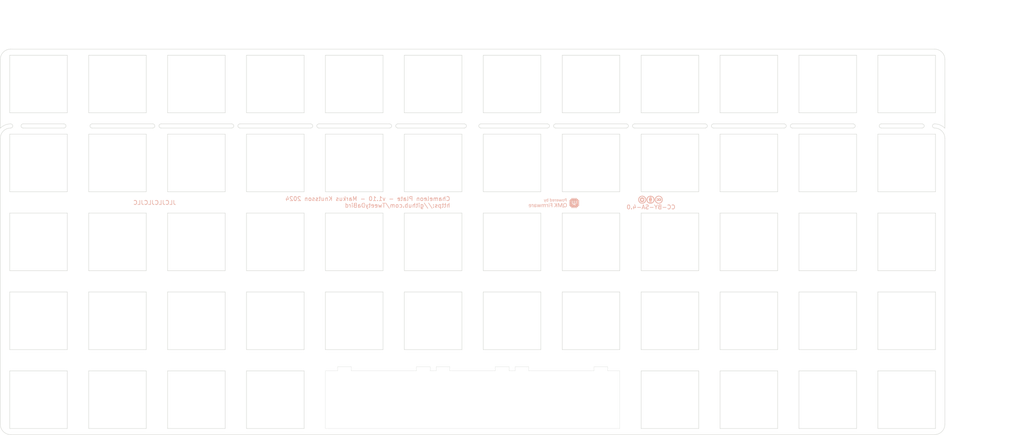
<source format=kicad_pcb>
(kicad_pcb (version 20240108) (generator "pcbnew") (generator_version "8.0")
  (title_block (title "Chameleon Plate") (date "2024-03-19") (rev "v1.10") (company "Tweety's Wild Thinking") (comment 1 "Markus Knutsson <markus.knutsson@tweety.se>") (comment 2 "https://github.com/TweetyDaBird") (comment 3 "Licensed under Creative Commons BY-SA 4.0 International "))
  (layers (0 "F.Cu" signal) (31 "B.Cu" signal) (34 "B.Paste" user) (35 "F.Paste" user) (36 "B.SilkS" user "B.Silkscreen") (37 "F.SilkS" user "F.Silkscreen") (38 "B.Mask" user) (39 "F.Mask" user) (44 "Edge.Cuts" user))
  (net 0 "")
  (footprint "Keyboard_Plate:SW_MX_Plate_Placeholder_nodrill_NOBORDER_13,9" (layer "F.Cu") (at 61.18 92.08)
    (property "Reference" "SW26" (hide yes))
    (property "Value" "~" (hide yes))
    (fp_line (start -6.95 -6.95) (end -6.95 6.95) (stroke (width 0.1)) (layer "Edge.Cuts"))
    (fp_line (start -6.95 6.95) (end 6.95 6.95) (stroke (width 0.1)) (layer "Edge.Cuts"))
    (fp_line (start 6.95 -6.95) (end -6.95 -6.95) (stroke (width 0.1)) (layer "Edge.Cuts"))
    (fp_line (start 6.95 6.95) (end 6.95 -6.95) (stroke (width 0.1)) (layer "Edge.Cuts"))
  )
  (footprint "Keyboard Common:Spacer PCB hole" (layer "F.Cu") (at 51.655 63.505)
    (property "Reference" "H6" (hide yes))
    (property "Value" "Spacer_PCB" (hide yes))
    (pad "" np_thru_hole circle (at 0 0) (size 3.7 3.7) (drill 3.7) (layers "*.Cu" "*.Mask"))
  )
  (footprint "Keyboard_Plate:SW_MX_Plate_Placeholder_nodrill_NOBORDER_13,9" (layer "F.Cu") (at 213.58 73.03)
    (property "Reference" "SW22" (hide yes))
    (property "Value" "~" (hide yes))
    (fp_line (start -6.95 -6.95) (end -6.95 6.95) (stroke (width 0.1)) (layer "Edge.Cuts"))
    (fp_line (start -6.95 6.95) (end 6.95 6.95) (stroke (width 0.1)) (layer "Edge.Cuts"))
    (fp_line (start 6.95 -6.95) (end -6.95 -6.95) (stroke (width 0.1)) (layer "Edge.Cuts"))
    (fp_line (start 6.95 6.95) (end 6.95 -6.95) (stroke (width 0.1)) (layer "Edge.Cuts"))
  )
  (footprint "Keyboard_Plate:SW_MX_Plate_Placeholder_nodrill_NOBORDER_13,9" (layer "F.Cu") (at 213.58 53.98)
    (property "Reference" "SW10" (hide yes))
    (property "Value" "~" (hide yes))
    (fp_line (start -6.95 -6.95) (end -6.95 6.95) (stroke (width 0.1)) (layer "Edge.Cuts"))
    (fp_line (start -6.95 6.95) (end 6.95 6.95) (stroke (width 0.1)) (layer "Edge.Cuts"))
    (fp_line (start 6.95 -6.95) (end -6.95 -6.95) (stroke (width 0.1)) (layer "Edge.Cuts"))
    (fp_line (start 6.95 6.95) (end 6.95 -6.95) (stroke (width 0.1)) (layer "Edge.Cuts"))
  )
  (footprint "Keyboard_Plate:SW_MX_Plate_Placeholder_nodrill_NOBORDER_13,9" (layer "F.Cu") (at 61.18 111.13)
    (property "Reference" "SW38" (hide yes))
    (property "Value" "~" (hide yes))
    (fp_line (start -6.95 -6.95) (end -6.95 6.95) (stroke (width 0.1)) (layer "Edge.Cuts"))
    (fp_line (start -6.95 6.95) (end 6.95 6.95) (stroke (width 0.1)) (layer "Edge.Cuts"))
    (fp_line (start 6.95 -6.95) (end -6.95 -6.95) (stroke (width 0.1)) (layer "Edge.Cuts"))
    (fp_line (start 6.95 6.95) (end 6.95 -6.95) (stroke (width 0.1)) (layer "Edge.Cuts"))
  )
  (footprint "Keyboard_Plate:SW_MX_Plate_Placeholder_nodrill_NOBORDER_13,9" (layer "F.Cu") (at 42.13 53.98)
    (property "Reference" "SW1" (hide yes))
    (property "Value" "~" (hide yes))
    (fp_line (start -6.95 -6.95) (end -6.95 6.95) (stroke (width 0.1)) (layer "Edge.Cuts"))
    (fp_line (start -6.95 6.95) (end 6.95 6.95) (stroke (width 0.1)) (layer "Edge.Cuts"))
    (fp_line (start 6.95 -6.95) (end -6.95 -6.95) (stroke (width 0.1)) (layer "Edge.Cuts"))
    (fp_line (start 6.95 6.95) (end 6.95 -6.95) (stroke (width 0.1)) (layer "Edge.Cuts"))
  )
  (footprint "Keyboard_Plate:SW_MX_Plate_Placeholder_nodrill_NOBORDER_13,9" (layer "F.Cu") (at 175.48 111.13)
    (property "Reference" "SW44" (hide yes))
    (property "Value" "~" (hide yes))
    (fp_line (start -6.95 -6.95) (end -6.95 6.95) (stroke (width 0.1)) (layer "Edge.Cuts"))
    (fp_line (start -6.95 6.95) (end 6.95 6.95) (stroke (width 0.1)) (layer "Edge.Cuts"))
    (fp_line (start 6.95 -6.95) (end -6.95 -6.95) (stroke (width 0.1)) (layer "Edge.Cuts"))
    (fp_line (start 6.95 6.95) (end 6.95 -6.95) (stroke (width 0.1)) (layer "Edge.Cuts"))
  )
  (footprint "Keyboard_Plate:SW_MX_Plate_Placeholder_nodrill_NOBORDER_13,9" (layer "F.Cu") (at 194.53 130.18)
    (property "Reference" "SW57" (hide yes))
    (property "Value" "~" (hide yes))
    (fp_line (start -6.95 -6.95) (end -6.95 6.95) (stroke (width 0.1)) (layer "Edge.Cuts"))
    (fp_line (start -6.95 6.95) (end 6.95 6.95) (stroke (width 0.1)) (layer "Edge.Cuts"))
    (fp_line (start 6.95 -6.95) (end -6.95 -6.95) (stroke (width 0.1)) (layer "Edge.Cuts"))
    (fp_line (start 6.95 6.95) (end 6.95 -6.95) (stroke (width 0.1)) (layer "Edge.Cuts"))
  )
  (footprint "Keyboard_Plate:SW_MX_Plate_Placeholder_nodrill_NOBORDER_13,9" (layer "F.Cu") (at 194.53 111.13)
    (property "Reference" "SW45" (hide yes))
    (property "Value" "~" (hide yes))
    (fp_line (start -6.95 -6.95) (end -6.95 6.95) (stroke (width 0.1)) (layer "Edge.Cuts"))
    (fp_line (start -6.95 6.95) (end 6.95 6.95) (stroke (width 0.1)) (layer "Edge.Cuts"))
    (fp_line (start 6.95 -6.95) (end -6.95 -6.95) (stroke (width 0.1)) (layer "Edge.Cuts"))
    (fp_line (start 6.95 6.95) (end 6.95 -6.95) (stroke (width 0.1)) (layer "Edge.Cuts"))
  )
  (footprint "Keyboard_Plate:SW_MX_Plate_Placeholder_nodrill_NOBORDER_13,9" (layer "F.Cu") (at 118.33 92.08)
    (property "Reference" "SW29" (hide yes))
    (property "Value" "~" (hide yes))
    (fp_line (start -6.95 -6.95) (end -6.95 6.95) (stroke (width 0.1)) (layer "Edge.Cuts"))
    (fp_line (start -6.95 6.95) (end 6.95 6.95) (stroke (width 0.1)) (layer "Edge.Cuts"))
    (fp_line (start 6.95 -6.95) (end -6.95 -6.95) (stroke (width 0.1)) (layer "Edge.Cuts"))
    (fp_line (start 6.95 6.95) (end 6.95 -6.95) (stroke (width 0.1)) (layer "Edge.Cuts"))
  )
  (footprint "Keyboard_Plate:SW_MX_Plate_Placeholder_nodrill_NOBORDER_13,9" (layer "F.Cu") (at 251.68 92.08)
    (property "Reference" "SW36" (hide yes))
    (property "Value" "~" (hide yes))
    (fp_line (start -6.95 -6.95) (end -6.95 6.95) (stroke (width 0.1)) (layer "Edge.Cuts"))
    (fp_line (start -6.95 6.95) (end 6.95 6.95) (stroke (width 0.1)) (layer "Edge.Cuts"))
    (fp_line (start 6.95 -6.95) (end -6.95 -6.95) (stroke (width 0.1)) (layer "Edge.Cuts"))
    (fp_line (start 6.95 6.95) (end 6.95 -6.95) (stroke (width 0.1)) (layer "Edge.Cuts"))
  )
  (footprint "Keyboard_Plate:SW_MX_Plate_Placeholder_nodrill_NOBORDER_13,9" (layer "F.Cu") (at 194.53 53.98)
    (property "Reference" "SW9" (hide yes))
    (property "Value" "~" (hide yes))
    (fp_line (start -6.95 -6.95) (end -6.95 6.95) (stroke (width 0.1)) (layer "Edge.Cuts"))
    (fp_line (start -6.95 6.95) (end 6.95 6.95) (stroke (width 0.1)) (layer "Edge.Cuts"))
    (fp_line (start 6.95 -6.95) (end -6.95 -6.95) (stroke (width 0.1)) (layer "Edge.Cuts"))
    (fp_line (start 6.95 6.95) (end 6.95 -6.95) (stroke (width 0.1)) (layer "Edge.Cuts"))
  )
  (footprint "Keyboard_Plate:SW_MX_Plate_Placeholder_nodrill_NOBORDER_13,9" (layer "F.Cu") (at 251.68 111.13)
    (property "Reference" "SW48" (hide yes))
    (property "Value" "~" (hide yes))
    (fp_line (start -6.95 -6.95) (end -6.95 6.95) (stroke (width 0.1)) (layer "Edge.Cuts"))
    (fp_line (start -6.95 6.95) (end 6.95 6.95) (stroke (width 0.1)) (layer "Edge.Cuts"))
    (fp_line (start 6.95 -6.95) (end -6.95 -6.95) (stroke (width 0.1)) (layer "Edge.Cuts"))
    (fp_line (start 6.95 6.95) (end 6.95 -6.95) (stroke (width 0.1)) (layer "Edge.Cuts"))
  )
  (footprint "Keyboard_Plate:SW_MX_Plate_Placeholder_nodrill_NOBORDER_13,9" (layer "F.Cu") (at 232.63 130.18)
    (property "Reference" "SW59" (hide yes))
    (property "Value" "~" (hide yes))
    (fp_line (start -6.95 -6.95) (end -6.95 6.95) (stroke (width 0.1)) (layer "Edge.Cuts"))
    (fp_line (start -6.95 6.95) (end 6.95 6.95) (stroke (width 0.1)) (layer "Edge.Cuts"))
    (fp_line (start 6.95 -6.95) (end -6.95 -6.95) (stroke (width 0.1)) (layer "Edge.Cuts"))
    (fp_line (start 6.95 6.95) (end 6.95 -6.95) (stroke (width 0.1)) (layer "Edge.Cuts"))
  )
  (footprint "Keyboard_Plate:SW_MX_Plate_Placeholder_nodrill_NOBORDER_13,9" (layer "F.Cu") (at 137.38 92.08)
    (property "Reference" "SW30" (hide yes))
    (property "Value" "~" (hide yes))
    (fp_line (start -6.95 -6.95) (end -6.95 6.95) (stroke (width 0.1)) (layer "Edge.Cuts"))
    (fp_line (start -6.95 6.95) (end 6.95 6.95) (stroke (width 0.1)) (layer "Edge.Cuts"))
    (fp_line (start 6.95 -6.95) (end -6.95 -6.95) (stroke (width 0.1)) (layer "Edge.Cuts"))
    (fp_line (start 6.95 6.95) (end 6.95 -6.95) (stroke (width 0.1)) (layer "Edge.Cuts"))
  )
  (footprint "Keyboard_Plate:SW_MX_Plate_Placeholder_nodrill_NOBORDER_13,9" (layer "F.Cu") (at 156.43 73.03)
    (property "Reference" "SW19" (hide yes))
    (property "Value" "~" (hide yes))
    (fp_line (start -6.95 -6.95) (end -6.95 6.95) (stroke (width 0.1)) (layer "Edge.Cuts"))
    (fp_line (start -6.95 6.95) (end 6.95 6.95) (stroke (width 0.1)) (layer "Edge.Cuts"))
    (fp_line (start 6.95 -6.95) (end -6.95 -6.95) (stroke (width 0.1)) (layer "Edge.Cuts"))
    (fp_line (start 6.95 6.95) (end 6.95 -6.95) (stroke (width 0.1)) (layer "Edge.Cuts"))
  )
  (footprint "Keyboard_Plate:SW_MX_Plate_Placeholder_nodrill_NOBORDER_13,9" (layer "F.Cu") (at 175.48 53.98)
    (property "Reference" "SW8" (hide yes))
    (property "Value" "~" (hide yes))
    (fp_line (start -6.95 -6.95) (end -6.95 6.95) (stroke (width 0.1)) (layer "Edge.Cuts"))
    (fp_line (start -6.95 6.95) (end 6.95 6.95) (stroke (width 0.1)) (layer "Edge.Cuts"))
    (fp_line (start 6.95 -6.95) (end -6.95 -6.95) (stroke (width 0.1)) (layer "Edge.Cuts"))
    (fp_line (start 6.95 6.95) (end 6.95 -6.95) (stroke (width 0.1)) (layer "Edge.Cuts"))
  )
  (footprint "Keyboard_Plate:SW_MX_Plate_Placeholder_nodrill_NOBORDER_13,9" (layer "F.Cu") (at 118.33 111.13)
    (property "Reference" "SW41" (hide yes))
    (property "Value" "~" (hide yes))
    (fp_line (start -6.95 -6.95) (end -6.95 6.95) (stroke (width 0.1)) (layer "Edge.Cuts"))
    (fp_line (start -6.95 6.95) (end 6.95 6.95) (stroke (width 0.1)) (layer "Edge.Cuts"))
    (fp_line (start 6.95 -6.95) (end -6.95 -6.95) (stroke (width 0.1)) (layer "Edge.Cuts"))
    (fp_line (start 6.95 6.95) (end 6.95 -6.95) (stroke (width 0.1)) (layer "Edge.Cuts"))
  )
  (footprint "Keyboard Common:Spacer PCB hole" (layer "F.Cu") (at 242.155 82.555)
    (property "Reference" "H4" (hide yes))
    (property "Value" "Spacer_PCB" (hide yes))
    (pad "" np_thru_hole circle (at 0 0) (size 3.7 3.7) (drill 3.7) (layers "*.Cu" "*.Mask"))
  )
  (footprint "Keyboard_Plate:SW_MX_Plate_Placeholder_nodrill_NOBORDER_13,9" (layer "F.Cu") (at 232.63 73.03)
    (property "Reference" "SW23" (hide yes))
    (property "Value" "~" (hide yes))
    (fp_line (start -6.95 -6.95) (end -6.95 6.95) (stroke (width 0.1)) (layer "Edge.Cuts"))
    (fp_line (start -6.95 6.95) (end 6.95 6.95) (stroke (width 0.1)) (layer "Edge.Cuts"))
    (fp_line (start 6.95 -6.95) (end -6.95 -6.95) (stroke (width 0.1)) (layer "Edge.Cuts"))
    (fp_line (start 6.95 6.95) (end 6.95 -6.95) (stroke (width 0.1)) (layer "Edge.Cuts"))
  )
  (footprint "Keyboard_Plate:SW_MX_Plate_Placeholder_nodrill_NOBORDER_13,9" (layer "F.Cu") (at 156.43 111.13)
    (property "Reference" "SW43" (hide yes))
    (property "Value" "~" (hide yes))
    (fp_line (start -6.95 -6.95) (end -6.95 6.95) (stroke (width 0.1)) (layer "Edge.Cuts"))
    (fp_line (start -6.95 6.95) (end 6.95 6.95) (stroke (width 0.1)) (layer "Edge.Cuts"))
    (fp_line (start 6.95 -6.95) (end -6.95 -6.95) (stroke (width 0.1)) (layer "Edge.Cuts"))
    (fp_line (start 6.95 6.95) (end 6.95 -6.95) (stroke (width 0.1)) (layer "Edge.Cuts"))
  )
  (footprint "Keyboard_Plate:SW_MX_Plate_Placeholder_nodrill_NOBORDER_13,9" (layer "F.Cu") (at 156.43 53.98)
    (property "Reference" "SW7" (hide yes))
    (property "Value" "~" (hide yes))
    (fp_line (start -6.95 -6.95) (end -6.95 6.95) (stroke (width 0.1)) (layer "Edge.Cuts"))
    (fp_line (start -6.95 6.95) (end 6.95 6.95) (stroke (width 0.1)) (layer "Edge.Cuts"))
    (fp_line (start 6.95 -6.95) (end -6.95 -6.95) (stroke (width 0.1)) (layer "Edge.Cuts"))
    (fp_line (start 6.95 6.95) (end 6.95 -6.95) (stroke (width 0.1)) (layer "Edge.Cuts"))
  )
  (footprint "Keyboard_Plate:SW_MX_Plate_Placeholder_nodrill_NOBORDER_13,9" (layer "F.Cu") (at 80.23 130.18)
    (property "Reference" "SW51" (hide yes))
    (property "Value" "~" (hide yes))
    (fp_line (start -6.95 -6.95) (end -6.95 6.95) (stroke (width 0.1)) (layer "Edge.Cuts"))
    (fp_line (start -6.95 6.95) (end 6.95 6.95) (stroke (width 0.1)) (layer "Edge.Cuts"))
    (fp_line (start 6.95 -6.95) (end -6.95 -6.95) (stroke (width 0.1)) (layer "Edge.Cuts"))
    (fp_line (start 6.95 6.95) (end 6.95 -6.95) (stroke (width 0.1)) (layer "Edge.Cuts"))
  )
  (footprint "Keyboard_Plate:SW_MX_Plate_Placeholder_nodrill_NOBORDER_13,9" (layer "F.Cu") (at 118.33 53.98)
    (property "Reference" "SW5" (hide yes))
    (property "Value" "~" (hide yes))
    (fp_line (start -6.95 -6.95) (end -6.95 6.95) (stroke (width 0.1)) (layer "Edge.Cuts"))
    (fp_line (start -6.95 6.95) (end 6.95 6.95) (stroke (width 0.1)) (layer "Edge.Cuts"))
    (fp_line (start 6.95 -6.95) (end -6.95 -6.95) (stroke (width 0.1)) (layer "Edge.Cuts"))
    (fp_line (start 6.95 6.95) (end 6.95 -6.95) (stroke (width 0.1)) (layer "Edge.Cuts"))
  )
  (footprint "Keyboard_Plate:SW_MX_Plate_Placeholder_nodrill_NOBORDER_13,9" (layer "F.Cu") (at 213.58 92.08)
    (property "Reference" "SW34" (hide yes))
    (property "Value" "~" (hide yes))
    (fp_line (start -6.95 -6.95) (end -6.95 6.95) (stroke (width 0.1)) (layer "Edge.Cuts"))
    (fp_line (start -6.95 6.95) (end 6.95 6.95) (stroke (width 0.1)) (layer "Edge.Cuts"))
    (fp_line (start 6.95 -6.95) (end -6.95 -6.95) (stroke (width 0.1)) (layer "Edge.Cuts"))
    (fp_line (start 6.95 6.95) (end 6.95 -6.95) (stroke (width 0.1)) (layer "Edge.Cuts"))
  )
  (footprint "Keyboard_Plate:SW_MX_Plate_Placeholder_nodrill_NOBORDER_13,9" (layer "F.Cu") (at 42.13 92.08)
    (property "Reference" "SW25" (hide yes))
    (property "Value" "~" (hide yes))
    (fp_line (start -6.95 -6.95) (end -6.95 6.95) (stroke (width 0.1)) (layer "Edge.Cuts"))
    (fp_line (start -6.95 6.95) (end 6.95 6.95) (stroke (width 0.1)) (layer "Edge.Cuts"))
    (fp_line (start 6.95 -6.95) (end -6.95 -6.95) (stroke (width 0.1)) (layer "Edge.Cuts"))
    (fp_line (start 6.95 6.95) (end 6.95 -6.95) (stroke (width 0.1)) (layer "Edge.Cuts"))
  )
  (footprint "Keyboard_Plate:SW_MX_Plate_Placeholder_nodrill_NOBORDER_13,9" (layer "F.Cu") (at 137.38 53.98)
    (property "Reference" "SW6" (hide yes))
    (property "Value" "~" (hide yes))
    (fp_line (start -6.95 -6.95) (end -6.95 6.95) (stroke (width 0.1)) (layer "Edge.Cuts"))
    (fp_line (start -6.95 6.95) (end 6.95 6.95) (stroke (width 0.1)) (layer "Edge.Cuts"))
    (fp_line (start 6.95 -6.95) (end -6.95 -6.95) (stroke (width 0.1)) (layer "Edge.Cuts"))
    (fp_line (start 6.95 6.95) (end 6.95 -6.95) (stroke (width 0.1)) (layer "Edge.Cuts"))
  )
  (footprint "Keyboard_Plate:SW_MX_Plate_Placeholder_nodrill_NOBORDER_13,9" (layer "F.Cu") (at 42.13 111.13)
    (property "Reference" "SW37" (hide yes))
    (property "Value" "~" (hide yes))
    (fp_line (start -6.95 -6.95) (end -6.95 6.95) (stroke (width 0.1)) (layer "Edge.Cuts"))
    (fp_line (start -6.95 6.95) (end 6.95 6.95) (stroke (width 0.1)) (layer "Edge.Cuts"))
    (fp_line (start 6.95 -6.95) (end -6.95 -6.95) (stroke (width 0.1)) (layer "Edge.Cuts"))
    (fp_line (start 6.95 6.95) (end 6.95 -6.95) (stroke (width 0.1)) (layer "Edge.Cuts"))
  )
  (footprint "Keyboard_Plate:SW_MX_Plate_Placeholder_nodrill_NOBORDER_13,9" (layer "F.Cu") (at 213.58 130.18)
    (property "Reference" "SW58" (hide yes))
    (property "Value" "~" (hide yes))
    (fp_line (start -6.95 -6.95) (end -6.95 6.95) (stroke (width 0.1)) (layer "Edge.Cuts"))
    (fp_line (start -6.95 6.95) (end 6.95 6.95) (stroke (width 0.1)) (layer "Edge.Cuts"))
    (fp_line (start 6.95 -6.95) (end -6.95 -6.95) (stroke (width 0.1)) (layer "Edge.Cuts"))
    (fp_line (start 6.95 6.95) (end 6.95 -6.95) (stroke (width 0.1)) (layer "Edge.Cuts"))
  )
  (footprint "Keyboard_Plate:SW_MX_Plate_Placeholder_nodrill_NOBORDER_13,9" (layer "F.Cu") (at 175.48 73.03)
    (property "Reference" "SW20" (hide yes))
    (property "Value" "~" (hide yes))
    (fp_line (start -6.95 -6.95) (end -6.95 6.95) (stroke (width 0.1)) (layer "Edge.Cuts"))
    (fp_line (start -6.95 6.95) (end 6.95 6.95) (stroke (width 0.1)) (layer "Edge.Cuts"))
    (fp_line (start 6.95 -6.95) (end -6.95 -6.95) (stroke (width 0.1)) (layer "Edge.Cuts"))
    (fp_line (start 6.95 6.95) (end 6.95 -6.95) (stroke (width 0.1)) (layer "Edge.Cuts"))
  )
  (footprint "Keyboard_Plate:SW_MX_Plate_Placeholder_nodrill_NOBORDER_13,9" (layer "F.Cu") (at 251.68 73.03)
    (property "Reference" "SW24" (hide yes))
    (property "Value" "~" (hide yes))
    (fp_line (start -6.95 -6.95) (end -6.95 6.95) (stroke (width 0.1)) (layer "Edge.Cuts"))
    (fp_line (start -6.95 6.95) (end 6.95 6.95) (stroke (width 0.1)) (layer "Edge.Cuts"))
    (fp_line (start 6.95 -6.95) (end -6.95 -6.95) (stroke (width 0.1)) (layer "Edge.Cuts"))
    (fp_line (start 6.95 6.95) (end 6.95 -6.95) (stroke (width 0.1)) (layer "Edge.Cuts"))
  )
  (footprint "Keyboard_Plate:SW_MX_Plate_Placeholder_nodrill_NOBORDER_13,9" (layer "F.Cu") (at 61.18 130.18)
    (property "Reference" "SW50" (hide yes))
    (property "Value" "~" (hide yes))
    (fp_line (start -6.95 -6.95) (end -6.95 6.95) (stroke (width 0.1)) (layer "Edge.Cuts"))
    (fp_line (start -6.95 6.95) (end 6.95 6.95) (stroke (width 0.1)) (layer "Edge.Cuts"))
    (fp_line (start 6.95 -6.95) (end -6.95 -6.95) (stroke (width 0.1)) (layer "Edge.Cuts"))
    (fp_line (start 6.95 6.95) (end 6.95 -6.95) (stroke (width 0.1)) (layer "Edge.Cuts"))
  )
  (footprint "Keyboard_Plate:SW_MX_Plate_Placeholder_nodrill_NOBORDER_13,9" (layer "F.Cu") (at 232.63 53.98)
    (property "Reference" "SW11" (hide yes))
    (property "Value" "~" (hide yes))
    (fp_line (start -6.95 -6.95) (end -6.95 6.95) (stroke (width 0.1)) (layer "Edge.Cuts"))
    (fp_line (start -6.95 6.95) (end 6.95 6.95) (stroke (width 0.1)) (layer "Edge.Cuts"))
    (fp_line (start 6.95 -6.95) (end -6.95 -6.95) (stroke (width 0.1)) (layer "Edge.Cuts"))
    (fp_line (start 6.95 6.95) (end 6.95 -6.95) (stroke (width 0.1)) (layer "Edge.Cuts"))
  )
  (footprint "Keyboard Common:Spacer PCB hole" (layer "F.Cu") (at 51.655 82.555)
    (property "Reference" "H1" (hide yes))
    (property "Value" "Spacer_PCB" (hide yes))
    (pad "" np_thru_hole circle (at 0 0) (size 3.7 3.7) (drill 3.7) (layers "*.Cu" "*.Mask"))
  )
  (footprint "Keyboard_Plate:SW_MX_Plate_Placeholder_nodrill_NOBORDER_13,9" (layer "F.Cu") (at 137.38 73.03)
    (property "Reference" "SW18" (hide yes))
    (property "Value" "~" (hide yes))
    (fp_line (start -6.95 -6.95) (end -6.95 6.95) (stroke (width 0.1)) (layer "Edge.Cuts"))
    (fp_line (start -6.95 6.95) (end 6.95 6.95) (stroke (width 0.1)) (layer "Edge.Cuts"))
    (fp_line (start 6.95 -6.95) (end -6.95 -6.95) (stroke (width 0.1)) (layer "Edge.Cuts"))
    (fp_line (start 6.95 6.95) (end 6.95 -6.95) (stroke (width 0.1)) (layer "Edge.Cuts"))
  )
  (footprint "Keyboard_Plate:SW_MX_Plate_Placeholder_nodrill_NOBORDER_13,9" (layer "F.Cu") (at 80.23 111.13)
    (property "Reference" "SW39" (hide yes))
    (property "Value" "~" (hide yes))
    (fp_line (start -6.95 -6.95) (end -6.95 6.95) (stroke (width 0.1)) (layer "Edge.Cuts"))
    (fp_line (start -6.95 6.95) (end 6.95 6.95) (stroke (width 0.1)) (layer "Edge.Cuts"))
    (fp_line (start 6.95 -6.95) (end -6.95 -6.95) (stroke (width 0.1)) (layer "Edge.Cuts"))
    (fp_line (start 6.95 6.95) (end 6.95 -6.95) (stroke (width 0.1)) (layer "Edge.Cuts"))
  )
  (footprint "Keyboard_Plate:SW_MX_Plate_Placeholder_nodrill_NOBORDER_13,9" (layer "F.Cu") (at 99.28 73.03)
    (property "Reference" "SW16" (hide yes))
    (property "Value" "~" (hide yes))
    (fp_line (start -6.95 -6.95) (end -6.95 6.95) (stroke (width 0.1)) (layer "Edge.Cuts"))
    (fp_line (start -6.95 6.95) (end 6.95 6.95) (stroke (width 0.1)) (layer "Edge.Cuts"))
    (fp_line (start 6.95 -6.95) (end -6.95 -6.95) (stroke (width 0.1)) (layer "Edge.Cuts"))
    (fp_line (start 6.95 6.95) (end 6.95 -6.95) (stroke (width 0.1)) (layer "Edge.Cuts"))
  )
  (footprint "Keyboard Common:Spacer PCB hole" (layer "F.Cu") (at 51.655 120.655)
    (property "Reference" "H2" (hide yes))
    (property "Value" "Spacer_PCB" (hide yes))
    (pad "" np_thru_hole circle (at 0 0) (size 3.7 3.7) (drill 3.7) (layers "*.Cu" "*.Mask"))
  )
  (footprint "Keyboard Common:Spacer PCB hole" (layer "F.Cu") (at 242.155 120.655)
    (property "Reference" "H5" (hide yes))
    (property "Value" "Spacer_PCB" (hide yes))
    (pad "" np_thru_hole circle (at 0 0) (size 3.7 3.7) (drill 3.7) (layers "*.Cu" "*.Mask"))
  )
  (footprint "Keyboard_Plate:SW_MX_Plate_Placeholder_nodrill_NOBORDER_13,9" (layer "F.Cu") (at 175.48 92.08)
    (property "Reference" "SW32" (hide yes))
    (property "Value" "~" (hide yes))
    (fp_line (start -6.95 -6.95) (end -6.95 6.95) (stroke (width 0.1)) (layer "Edge.Cuts"))
    (fp_line (start -6.95 6.95) (end 6.95 6.95) (stroke (width 0.1)) (layer "Edge.Cuts"))
    (fp_line (start 6.95 -6.95) (end -6.95 -6.95) (stroke (width 0.1)) (layer "Edge.Cuts"))
    (fp_line (start 6.95 6.95) (end 6.95 -6.95) (stroke (width 0.1)) (layer "Edge.Cuts"))
  )
  (footprint "Keyboard_Plate:SW_MX_Plate_Placeholder_nodrill_NOBORDER_13,9" (layer "F.Cu") (at 232.63 111.13)
    (property "Reference" "SW47" (hide yes))
    (property "Value" "~" (hide yes))
    (fp_line (start -6.95 -6.95) (end -6.95 6.95) (stroke (width 0.1)) (layer "Edge.Cuts"))
    (fp_line (start -6.95 6.95) (end 6.95 6.95) (stroke (width 0.1)) (layer "Edge.Cuts"))
    (fp_line (start 6.95 -6.95) (end -6.95 -6.95) (stroke (width 0.1)) (layer "Edge.Cuts"))
    (fp_line (start 6.95 6.95) (end 6.95 -6.95) (stroke (width 0.1)) (layer "Edge.Cuts"))
  )
  (footprint "Keyboard_Plate:SW_MX_Plate_Placeholder_nodrill_NOBORDER_13,9" (layer "F.Cu") (at 42.13 130.18)
    (property "Reference" "SW49" (hide yes))
    (property "Value" "~" (hide yes))
    (fp_line (start -6.95 -6.95) (end -6.95 6.95) (stroke (width 0.1)) (layer "Edge.Cuts"))
    (fp_line (start -6.95 6.95) (end 6.95 6.95) (stroke (width 0.1)) (layer "Edge.Cuts"))
    (fp_line (start 6.95 -6.95) (end -6.95 -6.95) (stroke (width 0.1)) (layer "Edge.Cuts"))
    (fp_line (start 6.95 6.95) (end 6.95 -6.95) (stroke (width 0.1)) (layer "Edge.Cuts"))
  )
  (footprint "Keyboard_Plate:SW_MX_Plate_Placeholder_nodrill_NOBORDER_13,9" (layer "F.Cu") (at 194.53 92.08)
    (property "Reference" "SW33" (hide yes))
    (property "Value" "~" (hide yes))
    (fp_line (start -6.95 -6.95) (end -6.95 6.95) (stroke (width 0.1)) (layer "Edge.Cuts"))
    (fp_line (start -6.95 6.95) (end 6.95 6.95) (stroke (width 0.1)) (layer "Edge.Cuts"))
    (fp_line (start 6.95 -6.95) (end -6.95 -6.95) (stroke (width 0.1)) (layer "Edge.Cuts"))
    (fp_line (start 6.95 6.95) (end 6.95 -6.95) (stroke (width 0.1)) (layer "Edge.Cuts"))
  )
  (footprint "Keyboard_Plate:SW_MX_Plate_Placeholder_nodrill_NOBORDER_13,9" (layer "F.Cu") (at 99.28 92.08)
    (property "Reference" "SW28" (hide yes))
    (property "Value" "~" (hide yes))
    (fp_line (start -6.95 -6.95) (end -6.95 6.95) (stroke (width 0.1)) (layer "Edge.Cuts"))
    (fp_line (start -6.95 6.95) (end 6.95 6.95) (stroke (width 0.1)) (layer "Edge.Cuts"))
    (fp_line (start 6.95 -6.95) (end -6.95 -6.95) (stroke (width 0.1)) (layer "Edge.Cuts"))
    (fp_line (start 6.95 6.95) (end 6.95 -6.95) (stroke (width 0.1)) (layer "Edge.Cuts"))
  )
  (footprint "Keyboard_Plate:SW_MX_Plate_Placeholder_nodrill_NOBORDER_13,9" (layer "F.Cu") (at 251.68 130.18)
    (property "Reference" "SW60" (hide yes))
    (property "Value" "~" (hide yes))
    (fp_line (start -6.95 -6.95) (end -6.95 6.95) (stroke (width 0.1)) (layer "Edge.Cuts"))
    (fp_line (start -6.95 6.95) (end 6.95 6.95) (stroke (width 0.1)) (layer "Edge.Cuts"))
    (fp_line (start 6.95 -6.95) (end -6.95 -6.95) (stroke (width 0.1)) (layer "Edge.Cuts"))
    (fp_line (start 6.95 6.95) (end 6.95 -6.95) (stroke (width 0.1)) (layer "Edge.Cuts"))
  )
  (footprint "Keyboard Common:Spacer PCB hole" (layer "F.Cu") (at 242.155 63.505)
    (property "Reference" "H7" (hide yes))
    (property "Value" "Spacer_PCB" (hide yes))
    (pad "" np_thru_hole circle (at 0 0) (size 3.7 3.7) (drill 3.7) (layers "*.Cu" "*.Mask"))
  )
  (footprint "Keyboard_Plate:SW_MX_Plate_Placeholder_nodrill_NOBORDER_13,9" (layer "F.Cu") (at 61.18 73.03)
    (property "Reference" "SW14" (hide yes))
    (property "Value" "~" (hide yes))
    (fp_line (start -6.95 -6.95) (end -6.95 6.95) (stroke (width 0.1)) (layer "Edge.Cuts"))
    (fp_line (start -6.95 6.95) (end 6.95 6.95) (stroke (width 0.1)) (layer "Edge.Cuts"))
    (fp_line (start 6.95 -6.95) (end -6.95 -6.95) (stroke (width 0.1)) (layer "Edge.Cuts"))
    (fp_line (start 6.95 6.95) (end 6.95 -6.95) (stroke (width 0.1)) (layer "Edge.Cuts"))
  )
  (footprint "Keyboard_Plate:SW_MX_Plate_Placeholder_nodrill_NOBORDER_13,9" (layer "F.Cu") (at 251.68 53.98)
    (property "Reference" "SW12" (hide yes))
    (property "Value" "~" (hide yes))
    (fp_line (start -6.95 -6.95) (end -6.95 6.95) (stroke (width 0.1)) (layer "Edge.Cuts"))
    (fp_line (start -6.95 6.95) (end 6.95 6.95) (stroke (width 0.1)) (layer "Edge.Cuts"))
    (fp_line (start 6.95 -6.95) (end -6.95 -6.95) (stroke (width 0.1)) (layer "Edge.Cuts"))
    (fp_line (start 6.95 6.95) (end 6.95 -6.95) (stroke (width 0.1)) (layer "Edge.Cuts"))
  )
  (footprint "Keyboard_Plate:Special 4u center" (layer "F.Cu") (at 146.905 130.18 180)
    (property "Reference" "SW62" (hide yes))
    (property "Value" "~")
    (fp_line (start 35.525 6.95) (end 35.525 -6.95) (stroke (width 0.05)) (layer "Edge.Cuts"))
    (fp_line (start 35.525 6.95) (end 32.6 6.95) (stroke (width 0.05)) (layer "Edge.Cuts"))
    (fp_line (start 32.6 7.97) (end 32.6 6.95) (stroke (width 0.05)) (layer "Edge.Cuts"))
    (fp_line (start 29.3 7.97) (end 32.6 7.97) (stroke (width 0.05)) (layer "Edge.Cuts"))
    (fp_line (start 29.3 7.97) (end 29.3 6.95) (stroke (width 0.05)) (layer "Edge.Cuts"))
    (fp_line (start 13.55 7.97) (end 13.55 6.95) (stroke (width 0.05)) (layer "Edge.Cuts"))
    (fp_line (start 13.55 6.95) (end 29.3 6.95) (stroke (width 0.05)) (layer "Edge.Cuts"))
    (fp_line (start 10.25 7.97) (end 13.55 7.97) (stroke (width 0.05)) (layer "Edge.Cuts"))
    (fp_line (start 10.25 7.97) (end 10.25 6.95) (stroke (width 0.05)) (layer "Edge.Cuts"))
    (fp_line (start 10.25 6.95) (end 8.8 6.95) (stroke (width 0.05)) (layer "Edge.Cuts"))
    (fp_line (start 8.8 7.97) (end 8.8 6.95) (stroke (width 0.05)) (layer "Edge.Cuts"))
    (fp_line (start 5.5 7.97) (end 8.8 7.97) (stroke (width 0.05)) (layer "Edge.Cuts"))
    (fp_line (start 5.5 7.97) (end 5.5 6.95) (stroke (width 0.05)) (layer "Edge.Cuts"))
    (fp_line (start -5.5 7.97) (end -5.5 6.95) (stroke (width 0.05)) (layer "Edge.Cuts"))
    (fp_line (start -5.5 6.95) (end 5.5 6.95) (stroke (width 0.05)) (layer "Edge.Cuts"))
    (fp_line (start -8.8 7.97) (end -5.5 7.97) (stroke (width 0.05)) (layer "Edge.Cuts"))
    (fp_line (start -8.8 7.97) (end -8.8 6.95) (stroke (width 0.05)) (layer "Edge.Cuts"))
    (fp_line (start -8.8 6.95) (end -10.25 6.95) (stroke (width 0.05)) (layer "Edge.Cuts"))
    (fp_line (start -10.25 7.97) (end -10.25 6.95) (stroke (width 0.05)) (layer "Edge.Cuts"))
    (fp_line (start -10.25 7.97) (end -13.55 7.97) (stroke (width 0.05)) (layer "Edge.Cuts"))
    (fp_line (start -13.55 7.97) (end -13.55 6.95) (stroke (width 0.05)) (layer "Edge.Cuts"))
    (fp_line (start -29.3 7.97) (end -29.3 6.95) (stroke (width 0.05)) (layer "Edge.Cuts"))
    (fp_line (start -29.3 7.97) (end -32.6 7.97) (stroke (width 0.05)) (layer "Edge.Cuts"))
    (fp_line (start -29.3 6.95) (end -13.55 6.95) (stroke (width 0.05)) (layer "Edge.Cuts"))
    (fp_line (start -32.6 7.97) (end -32.6 6.95) (stroke (width 0.05)) (layer "Edge.Cuts"))
    (fp_line (start -35.525 6.95) (end -32.6 6.95) (stroke (width 0.05)) (layer "Edge.Cuts"))
    (fp_line (start -35.525 -6.95) (end 35.525 -6.95) (stroke (width 0.05)) (layer "Edge.Cuts"))
    (fp_line (start -35.525 -6.95) (end -35.525 6.95) (stroke (width 0.05)) (layer "Edge.Cuts"))
  )
  (footprint "Keyboard_Plate:SW_MX_Plate_Placeholder_nodrill_NOBORDER_13,9" (layer "F.Cu") (at 80.23 53.98 180)
    (property "Reference" "SW3" (hide yes))
    (property "Value" "~" (hide yes))
    (fp_line (start 6.95 6.95) (end 6.95 -6.95) (stroke (width 0.1)) (layer "Edge.Cuts"))
    (fp_line (start 6.95 -6.95) (end -6.95 -6.95) (stroke (width 0.1)) (layer "Edge.Cuts"))
    (fp_line (start -6.95 6.95) (end 6.95 6.95) (stroke (width 0.1)) (layer "Edge.Cuts"))
    (fp_line (start -6.95 -6.95) (end -6.95 6.95) (stroke (width 0.1)) (layer "Edge.Cuts"))
  )
  (footprint "Keyboard_Plate:SW_MX_Plate_Placeholder_nodrill_NOBORDER_13,9" (layer "F.Cu") (at 137.38 111.13)
    (property "Reference" "SW42" (hide yes))
    (property "Value" "~" (hide yes))
    (fp_line (start -6.95 -6.95) (end -6.95 6.95) (stroke (width 0.1)) (layer "Edge.Cuts"))
    (fp_line (start -6.95 6.95) (end 6.95 6.95) (stroke (width 0.1)) (layer "Edge.Cuts"))
    (fp_line (start 6.95 -6.95) (end -6.95 -6.95) (stroke (width 0.1)) (layer "Edge.Cuts"))
    (fp_line (start 6.95 6.95) (end 6.95 -6.95) (stroke (width 0.1)) (layer "Edge.Cuts"))
  )
  (footprint "Keyboard_Plate:SW_MX_Plate_Placeholder_nodrill_NOBORDER_13,9" (layer "F.Cu") (at 42.13 73.03)
    (property "Reference" "SW13" (hide yes))
    (property "Value" "~" (hide yes))
    (fp_line (start -6.95 -6.95) (end -6.95 6.95) (stroke (width 0.1)) (layer "Edge.Cuts"))
    (fp_line (start -6.95 6.95) (end 6.95 6.95) (stroke (width 0.1)) (layer "Edge.Cuts"))
    (fp_line (start 6.95 -6.95) (end -6.95 -6.95) (stroke (width 0.1)) (layer "Edge.Cuts"))
    (fp_line (start 6.95 6.95) (end 6.95 -6.95) (stroke (width 0.1)) (layer "Edge.Cuts"))
  )
  (footprint "Keyboard_Plate:SW_MX_Plate_Placeholder_nodrill_NOBORDER_13,9" (layer "F.Cu") (at 61.18 53.98 180)
    (property "Reference" "SW2" (hide yes))
    (property "Value" "~" (hide yes))
    (fp_line (start 6.95 6.95) (end 6.95 -6.95) (stroke (width 0.1)) (layer "Edge.Cuts"))
    (fp_line (start 6.95 -6.95) (end -6.95 -6.95) (stroke (width 0.1)) (layer "Edge.Cuts"))
    (fp_line (start -6.95 6.95) (end 6.95 6.95) (stroke (width 0.1)) (layer "Edge.Cuts"))
    (fp_line (start -6.95 -6.95) (end -6.95 6.95) (stroke (width 0.1)) (layer "Edge.Cuts"))
  )
  (footprint "Keyboard_Plate:SW_MX_Plate_Placeholder_nodrill_NOBORDER_13,9" (layer "F.Cu") (at 194.53 73.03)
    (property "Reference" "SW21" (hide yes))
    (property "Value" "~" (hide yes))
    (fp_line (start -6.95 -6.95) (end -6.95 6.95) (stroke (width 0.1)) (layer "Edge.Cuts"))
    (fp_line (start -6.95 6.95) (end 6.95 6.95) (stroke (width 0.1)) (layer "Edge.Cuts"))
    (fp_line (start 6.95 -6.95) (end -6.95 -6.95) (stroke (width 0.1)) (layer "Edge.Cuts"))
    (fp_line (start 6.95 6.95) (end 6.95 -6.95) (stroke (width 0.1)) (layer "Edge.Cuts"))
  )
  (footprint "Keyboard_Plate:SW_MX_Plate_Placeholder_nodrill_NOBORDER_13,9" (layer "F.Cu") (at 213.58 111.13)
    (property "Reference" "SW46" (hide yes))
    (property "Value" "~" (hide yes))
    (fp_line (start -6.95 -6.95) (end -6.95 6.95) (stroke (width 0.1)) (layer "Edge.Cuts"))
    (fp_line (start -6.95 6.95) (end 6.95 6.95) (stroke (width 0.1)) (layer "Edge.Cuts"))
    (fp_line (start 6.95 -6.95) (end -6.95 -6.95) (stroke (width 0.1)) (layer "Edge.Cuts"))
    (fp_line (start 6.95 6.95) (end 6.95 -6.95) (stroke (width 0.1)) (layer "Edge.Cuts"))
  )
  (footprint "Keyboard_Plate:SW_MX_Plate_Placeholder_nodrill_NOBORDER_13,9" (layer "F.Cu") (at 118.33 73.03)
    (property "Reference" "SW17" (hide yes))
    (property "Value" "~" (hide yes))
    (fp_line (start -6.95 -6.95) (end -6.95 6.95) (stroke (width 0.1)) (layer "Edge.Cuts"))
    (fp_line (start -6.95 6.95) (end 6.95 6.95) (stroke (width 0.1)) (layer "Edge.Cuts"))
    (fp_line (start 6.95 -6.95) (end -6.95 -6.95) (stroke (width 0.1)) (layer "Edge.Cuts"))
    (fp_line (start 6.95 6.95) (end 6.95 -6.95) (stroke (width 0.1)) (layer "Edge.Cuts"))
  )
  (footprint "Keyboard_Plate:SW_MX_Plate_Placeholder_nodrill_NOBORDER_13,9" (layer "F.Cu") (at 80.23 92.08)
    (property "Reference" "SW27" (hide yes))
    (property "Value" "~" (hide yes))
    (fp_line (start -6.95 -6.95) (end -6.95 6.95) (stroke (width 0.1)) (layer "Edge.Cuts"))
    (fp_line (start -6.95 6.95) (end 6.95 6.95) (stroke (width 0.1)) (layer "Edge.Cuts"))
    (fp_line (start 6.95 -6.95) (end -6.95 -6.95) (stroke (width 0.1)) (layer "Edge.Cuts"))
    (fp_line (start 6.95 6.95) (end 6.95 -6.95) (stroke (width 0.1)) (layer "Edge.Cuts"))
  )
  (footprint "Keyboard_Plate:SW_MX_Plate_Placeholder_nodrill_NOBORDER_13,9" (layer "F.Cu") (at 99.28 111.13)
    (property "Reference" "SW40" (hide yes))
    (property "Value" "~" (hide yes))
    (fp_line (start -6.95 -6.95) (end -6.95 6.95) (stroke (width 0.1)) (layer "Edge.Cuts"))
    (fp_line (start -6.95 6.95) (end 6.95 6.95) (stroke (width 0.1)) (layer "Edge.Cuts"))
    (fp_line (start 6.95 -6.95) (end -6.95 -6.95) (stroke (width 0.1)) (layer "Edge.Cuts"))
    (fp_line (start 6.95 6.95) (end 6.95 -6.95) (stroke (width 0.1)) (layer "Edge.Cuts"))
  )
  (footprint "Keyboard_Plate:SW_MX_Plate_Placeholder_nodrill_NOBORDER_13,9" (layer "F.Cu") (at 232.63 92.08)
    (property "Reference" "SW35" (hide yes))
    (property "Value" "~" (hide yes))
    (fp_line (start -6.95 -6.95) (end -6.95 6.95) (stroke (width 0.1)) (layer "Edge.Cuts"))
    (fp_line (start -6.95 6.95) (end 6.95 6.95) (stroke (width 0.1)) (layer "Edge.Cuts"))
    (fp_line (start 6.95 -6.95) (end -6.95 -6.95) (stroke (width 0.1)) (layer "Edge.Cuts"))
    (fp_line (start 6.95 6.95) (end 6.95 -6.95) (stroke (width 0.1)) (layer "Edge.Cuts"))
  )
  (footprint "Keyboard Common:Spacer PCB hole" (layer "F.Cu") (at 146.905 101.605)
    (property "Reference" "H3" (hide yes))
    (property "Value" "Spacer_PCB" (hide yes))
    (pad "" np_thru_hole circle (at 0 0) (size 3.7 3.7) (drill 3.7) (layers "*.Cu" "*.Mask"))
  )
  (footprint "Keyboard_Plate:SW_MX_Plate_Placeholder_nodrill_NOBORDER_13,9" (layer "F.Cu") (at 99.28 53.98)
    (property "Reference" "SW4" (hide yes))
    (property "Value" "~" (hide yes))
    (fp_line (start -6.95 -6.95) (end -6.95 6.95) (stroke (width 0.1)) (layer "Edge.Cuts"))
    (fp_line (start -6.95 6.95) (end 6.95 6.95) (stroke (width 0.1)) (layer "Edge.Cuts"))
    (fp_line (start 6.95 -6.95) (end -6.95 -6.95) (stroke (width 0.1)) (layer "Edge.Cuts"))
    (fp_line (start 6.95 6.95) (end 6.95 -6.95) (stroke (width 0.1)) (layer "Edge.Cuts"))
  )
  (footprint "Keyboard_Plate:SW_MX_Plate_Placeholder_nodrill_NOBORDER_13,9" (layer "F.Cu") (at 80.23 73.03)
    (property "Reference" "SW15" (hide yes))
    (property "Value" "~" (hide yes))
    (fp_line (start -6.95 -6.95) (end -6.95 6.95) (stroke (width 0.1)) (layer "Edge.Cuts"))
    (fp_line (start -6.95 6.95) (end 6.95 6.95) (stroke (width 0.1)) (layer "Edge.Cuts"))
    (fp_line (start 6.95 -6.95) (end -6.95 -6.95) (stroke (width 0.1)) (layer "Edge.Cuts"))
    (fp_line (start 6.95 6.95) (end 6.95 -6.95) (stroke (width 0.1)) (layer "Edge.Cuts"))
  )
  (footprint "Keyboard_Plate:SW_MX_Plate_Placeholder_nodrill_NOBORDER_13,9" (layer "F.Cu") (at 156.43 92.08)
    (property "Reference" "SW31" (hide yes))
    (property "Value" "~" (hide yes))
    (fp_line (start -6.95 -6.95) (end -6.95 6.95) (stroke (width 0.1)) (layer "Edge.Cuts"))
    (fp_line (start -6.95 6.95) (end 6.95 6.95) (stroke (width 0.1)) (layer "Edge.Cuts"))
    (fp_line (start 6.95 -6.95) (end -6.95 -6.95) (stroke (width 0.1)) (layer "Edge.Cuts"))
    (fp_line (start 6.95 6.95) (end 6.95 -6.95) (stroke (width 0.1)) (layer "Edge.Cuts"))
  )
  (footprint "Keyboard_Plate:SW_MX_Plate_Placeholder_nodrill_NOBORDER_13,9" (layer "F.Cu") (at 99.28 130.18)
    (property "Reference" "SW52" (hide yes))
    (property "Value" "~" (hide yes))
    (fp_line (start -6.95 -6.95) (end -6.95 6.95) (stroke (width 0.1)) (layer "Edge.Cuts"))
    (fp_line (start -6.95 6.95) (end 6.95 6.95) (stroke (width 0.1)) (layer "Edge.Cuts"))
    (fp_line (start 6.95 -6.95) (end -6.95 -6.95) (stroke (width 0.1)) (layer "Edge.Cuts"))
    (fp_line (start 6.95 6.95) (end 6.95 -6.95) (stroke (width 0.1)) (layer "Edge.Cuts"))
  )
  (footprint "Logotypes:CC_BY_SA_40_tiny" (layer "B.Cu") (at 189.84 81.91 180)
    (property "Reference" "Logo1" (hide yes))
    (property "Value" "CC-BY-SA-4.0" (hide yes))
    (fp_text user "CC-BY-SA-4.0" (at -6.1 -2.36 0) (layer "B.SilkS") (effects (font (thickness 0.153) (bold yes)) (justify left bottom mirror)))
  )
  (footprint "Logotypes:Powered_by_QMK" (layer "B.Cu") (at 166.533982 82.694188 180)
    (property "Reference" "Logo2" (hide yes))
    (property "Value" "QMK_Logo" (hide yes))
  )
  (gr_line (start 260.905 48.055) (end 260.902214 64.642786) (stroke (width 0.1)) (layer "Edge.Cuts"))
  (gr_arc (start 166.955 64.605) (mid 166.455 64.105) (end 166.955 63.605) (stroke (width 0.1)) (layer "Edge.Cuts"))
  (gr_arc (start 38.405 64.605) (mid 37.905 64.105) (end 38.405 63.605) (stroke (width 0.1)) (layer "Edge.Cuts"))
  (gr_arc (start 32.905 48.055) (mid 33.637233 46.287233) (end 35.405 45.555) (stroke (width 0.1)) (layer "Edge.Cuts"))
  (gr_line (start 255.405 63.605) (end 245.555 63.605001) (stroke (width 0.1)) (layer "Edge.Cuts"))
  (gr_arc (start 186.005 64.605) (mid 185.505 64.105) (end 186.005 63.605) (stroke (width 0.1)) (layer "Edge.Cuts"))
  (gr_line (start 32.905 67.105) (end 32.905 136.105) (stroke (width 0.1)) (layer "Edge.Cuts"))
  (gr_arc (start 148.905 64.605) (mid 148.405 64.105) (end 148.905 63.605) (stroke (width 0.1)) (layer "Edge.Cuts"))
  (gr_arc (start 184.005 63.605) (mid 184.505 64.105) (end 184.005 64.605) (stroke (width 0.1)) (layer "Edge.Cuts"))
  (gr_arc (start 222.105 63.605) (mid 222.605 64.105) (end 222.105 64.605) (stroke (width 0.1)) (layer "Edge.Cuts"))
  (gr_arc (start 245.555 64.605) (mid 245.055 64.105) (end 245.555 63.605) (stroke (width 0.1)) (layer "Edge.Cuts"))
  (gr_line (start 203.055 63.605) (end 186.005 63.605) (stroke (width 0.1)) (layer "Edge.Cuts"))
  (gr_line (start 184.005 64.605) (end 166.955 64.605) (stroke (width 0.1)) (layer "Edge.Cuts"))
  (gr_arc (start 258.405 64.605) (mid 260.172767 65.337233) (end 260.905 67.105) (stroke (width 0.1)) (layer "Edge.Cuts"))
  (gr_line (start 126.855 63.605) (end 109.805 63.605) (stroke (width 0.1)) (layer "Edge.Cuts"))
  (gr_arc (start 32.905 67.105) (mid 33.637233 65.337233) (end 35.405 64.605) (stroke (width 0.1)) (layer "Edge.Cuts"))
  (gr_line (start 238.755 63.605) (end 224.105 63.605) (stroke (width 0.1)) (layer "Edge.Cuts"))
  (gr_line (start 222.105 64.605) (end 205.055 64.605) (stroke (width 0.1)) (layer "Edge.Cuts"))
  (gr_arc (start 258.405 63.605001) (mid 259.756499 63.8763) (end 260.902214 64.642786) (stroke (width 0.1)) (layer "Edge.Cuts"))
  (gr_arc (start 203.055 63.605) (mid 203.555 64.105) (end 203.055 64.605) (stroke (width 0.1)) (layer "Edge.Cuts"))
  (gr_arc (start 238.755 63.605) (mid 239.255 64.105) (end 238.755 64.605) (stroke (width 0.1)) (layer "Edge.Cuts"))
  (gr_line (start 260.905 67.105) (end 260.905 136.105) (stroke (width 0.1)) (layer "Edge.Cuts"))
  (gr_line (start 88.755 64.605) (end 71.705 64.605) (stroke (width 0.1)) (layer "Edge.Cuts"))
  (gr_arc (start 224.105 64.605) (mid 223.605 64.105) (end 224.105 63.605) (stroke (width 0.1)) (layer "Edge.Cuts"))
  (gr_line (start 222.105 63.605) (end 205.055 63.605) (stroke (width 0.1)) (layer "Edge.Cuts"))
  (gr_arc (start 205.055 64.605) (mid 204.555 64.105) (end 205.055 63.605) (stroke (width 0.1)) (layer "Edge.Cuts"))
  (gr_line (start 107.805 64.605) (end 90.755 64.605) (stroke (width 0.1)) (layer "Edge.Cuts"))
  (gr_line (start 164.955 63.605) (end 148.905 63.605) (stroke (width 0.1)) (layer "Edge.Cuts"))
  (gr_line (start 48.255 64.605) (end 38.405 64.605) (stroke (width 0.1)) (layer "Edge.Cuts"))
  (gr_arc (start 35.405 63.605) (mid 35.905 64.105) (end 35.405 64.605) (stroke (width 0.1)) (layer "Edge.Cuts"))
  (gr_arc (start 69.705 63.605) (mid 70.205 64.105) (end 69.705 64.605) (stroke (width 0.1)) (layer "Edge.Cuts"))
  (gr_line (start 238.755 64.605) (end 224.105 64.605) (stroke (width 0.1)) (layer "Edge.Cuts"))
  (gr_line (start 184.005 63.605) (end 166.955 63.605) (stroke (width 0.1)) (layer "Edge.Cuts"))
  (gr_line (start 164.955 64.605) (end 148.905 64.605) (stroke (width 0.1)) (layer "Edge.Cuts"))
  (gr_line (start 88.755 63.605) (end 71.705 63.605) (stroke (width 0.1)) (layer "Edge.Cuts"))
  (gr_arc (start 258.405 45.555) (mid 260.172767 46.287233) (end 260.905 48.055) (stroke (width 0.1)) (layer "Edge.Cuts"))
  (gr_line (start 126.855 64.605) (end 109.805 64.605) (stroke (width 0.1)) (layer "Edge.Cuts"))
  (gr_line (start 107.805 63.605) (end 90.755 63.605) (stroke (width 0.1)) (layer "Edge.Cuts"))
  (gr_arc (start 128.855 64.605) (mid 128.355 64.105) (end 128.855 63.605) (stroke (width 0.1)) (layer "Edge.Cuts"))
  (gr_line (start 144.905 64.605) (end 128.855 64.605) (stroke (width 0.1)) (layer "Edge.Cuts"))
  (gr_line (start 48.255 63.605) (end 38.405 63.605) (stroke (width 0.1)) (layer "Edge.Cuts"))
  (gr_line (start 144.905 63.605) (end 128.855 63.605) (stroke (width 0.1)) (layer "Edge.Cuts"))
  (gr_arc (start 71.705 64.605) (mid 71.205 64.105) (end 71.705 63.605) (stroke (width 0.1)) (layer "Edge.Cuts"))
  (gr_line (start 203.055 64.605) (end 186.005 64.605) (stroke (width 0.1)) (layer "Edge.Cuts"))
  (gr_line (start 32.905 64.643) (end 32.905 48.055) (stroke (width 0.1)) (layer "Edge.Cuts"))
  (gr_line (start 69.705 64.605) (end 55.055 64.605) (stroke (width 0.1)) (layer "Edge.Cuts"))
  (gr_arc (start 164.955 63.605) (mid 165.455 64.105) (end 164.955 64.605) (stroke (width 0.1)) (layer "Edge.Cuts"))
  (gr_arc (start 126.855 63.605) (mid 127.355 64.105) (end 126.855 64.605) (stroke (width 0.1)) (layer "Edge.Cuts"))
  (gr_arc (start 144.905 63.605) (mid 145.405 64.105) (end 144.905 64.605) (stroke (width 0.1)) (layer "Edge.Cuts"))
  (gr_arc (start 88.755 63.605) (mid 89.255 64.105) (end 88.755 64.605) (stroke (width 0.1)) (layer "Edge.Cuts"))
  (gr_arc (start 55.055 64.605) (mid 54.555 64.105) (end 55.055 63.605) (stroke (width 0.1)) (layer "Edge.Cuts"))
  (gr_line (start 258.405 45.555) (end 35.405 45.555) (stroke (width 0.1)) (layer "Edge.Cuts"))
  (gr_line (start 69.705 63.605) (end 55.055 63.605) (stroke (width 0.1)) (layer "Edge.Cuts"))
  (gr_arc (start 255.405 63.605) (mid 255.905 64.105) (end 255.405 64.605) (stroke (width 0.1)) (layer "Edge.Cuts"))
  (gr_arc (start 32.905 64.643) (mid 34.050712 63.876515) (end 35.402214 63.605215) (stroke (width 0.1)) (layer "Edge.Cuts"))
  (gr_arc (start 258.405 64.605) (mid 257.905 64.105) (end 258.405 63.605) (stroke (width 0.1)) (layer "Edge.Cuts"))
  (gr_arc (start 109.805 64.605) (mid 109.305 64.105) (end 109.805 63.605) (stroke (width 0.1)) (layer "Edge.Cuts"))
  (gr_line (start 255.405 64.605) (end 245.555 64.605) (stroke (width 0.1)) (layer "Edge.Cuts"))
  (gr_arc (start 35.405 138.605) (mid 33.637233 137.872767) (end 32.905 136.105) (stroke (width 0.1)) (layer "Edge.Cuts"))
  (gr_line (start 35.405 138.605) (end 258.405 138.605) (stroke (width 0.1)) (layer "Edge.Cuts"))
  (gr_arc (start 48.255 63.605) (mid 48.755 64.105) (end 48.255 64.605) (stroke (width 0.1)) (layer "Edge.Cuts"))
  (gr_arc (start 260.905 136.105) (mid 260.172767 137.872767) (end 258.405 138.605) (stroke (width 0.1)) (layer "Edge.Cuts"))
  (gr_arc (start 90.755 64.605) (mid 90.255 64.105) (end 90.755 63.605) (stroke (width 0.1)) (layer "Edge.Cuts"))
  (gr_arc (start 107.805 63.605) (mid 108.305 64.105) (end 107.805 64.605) (stroke (width 0.1)) (layer "Edge.Cuts"))
  (gr_text "Chameleon Plate - v1.10 - Markus Knutsson 2024\nhttps://github.com/TweetyDaBird" (at 141.57 83.88 0) (layer "B.SilkS") (effects (font (size 1 1) (thickness 0.153) (bold yes)) (justify left bottom mirror)))
  (gr_text "JLCJLCJLCJLC" (at 75.4 83.19 0) (layer "B.SilkS") (effects (font (size 1 1) (thickness 0.153)) (justify left bottom mirror)))
)
</source>
